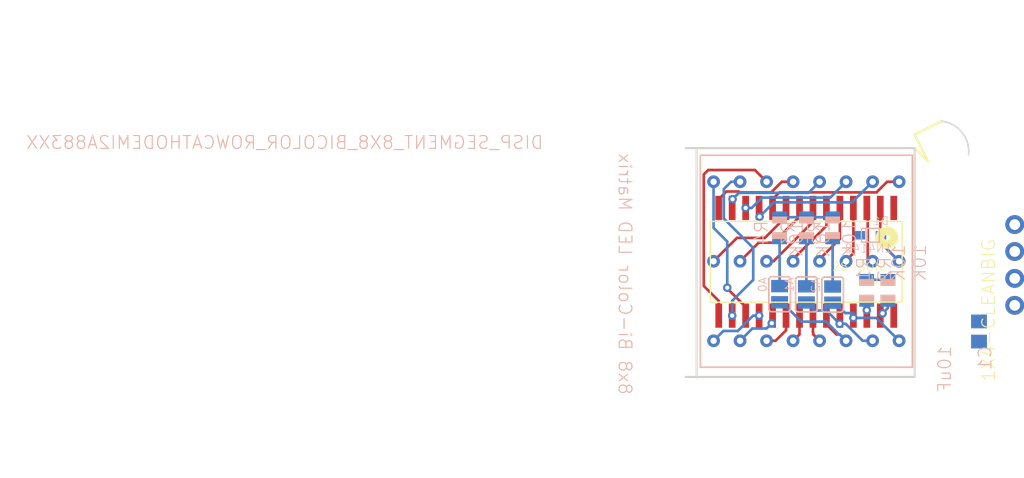
<source format=kicad_pcb>
(kicad_pcb (version 20171130) (host pcbnew "(5.0.0-rc2-dev-623-g26197c333)")

  (general
    (thickness 1.6)
    (drawings 21)
    (tracks 143)
    (zones 0)
    (modules 13)
    (nets 33)
  )

  (page A4)
  (layers
    (0 Top signal)
    (1 Route2 signal)
    (2 Route3 signal)
    (3 Route4 signal)
    (4 Route5 signal)
    (5 Route6 signal)
    (6 Route7 signal)
    (7 Route8 signal)
    (8 Route9 signal)
    (9 Route10 signal)
    (10 Route11 signal)
    (11 Route12 signal)
    (12 Route13 signal)
    (13 Route14 signal)
    (14 Route15 signal)
    (31 Bottom signal)
    (32 B.Adhes user hide)
    (33 F.Adhes user hide)
    (34 B.Paste user hide)
    (35 F.Paste user hide)
    (36 B.SilkS user hide)
    (37 F.SilkS user hide)
    (38 B.Mask user hide)
    (39 F.Mask user hide)
    (40 Dwgs.User user hide)
    (41 Cmts.User user hide)
    (42 Eco1.User user hide)
    (43 Eco2.User user hide)
    (44 Edge.Cuts user hide)
    (45 Margin user hide)
    (46 B.CrtYd user hide)
    (47 F.CrtYd user hide)
    (48 B.Fab user hide)
    (49 F.Fab user hide)
  )

  (setup
    (last_trace_width 0.25)
    (trace_clearance 0.2)
    (zone_clearance 0.508)
    (zone_45_only no)
    (trace_min 0.2)
    (segment_width 0.2)
    (edge_width 0.15)
    (via_size 0.8)
    (via_drill 0.4)
    (via_min_size 0.4)
    (via_min_drill 0.3)
    (uvia_size 0.3)
    (uvia_drill 0.1)
    (uvias_allowed no)
    (uvia_min_size 0.2)
    (uvia_min_drill 0.1)
    (pcb_text_width 0.3)
    (pcb_text_size 1.5 1.5)
    (mod_edge_width 0.15)
    (mod_text_size 1 1)
    (mod_text_width 0.15)
    (pad_size 1.524 1.524)
    (pad_drill 0.762)
    (pad_to_mask_clearance 0.2)
    (aux_axis_origin 0 0)
    (visible_elements 7FFFFFFF)
    (pcbplotparams
      (layerselection 0x010fc_ffffffff)
      (usegerberextensions false)
      (usegerberattributes false)
      (usegerberadvancedattributes false)
      (creategerberjobfile false)
      (excludeedgelayer true)
      (linewidth 0.100000)
      (plotframeref false)
      (viasonmask false)
      (mode 1)
      (useauxorigin false)
      (hpglpennumber 1)
      (hpglpenspeed 20)
      (hpglpendiameter 15)
      (psnegative false)
      (psa4output false)
      (plotreference true)
      (plotvalue true)
      (plotinvisibletext false)
      (padsonsilk false)
      (subtractmaskfromsilk false)
      (outputformat 1)
      (mirror false)
      (drillshape 1)
      (scaleselection 1)
      (outputdirectory ""))
  )

  (net 0 "")
  (net 1 VDD)
  (net 2 GND)
  (net 3 /SCL)
  (net 4 /SDA)
  (net 5 /A1)
  (net 6 "Net-(A1-Pad1)")
  (net 7 /A0)
  (net 8 "Net-(A0-Pad1)")
  (net 9 "Net-(D1-PadC)")
  (net 10 "Net-(LED2-Pad13)")
  (net 11 "Net-(LED2-Pad14)")
  (net 12 "Net-(LED2-Pad15)")
  (net 13 "Net-(LED2-Pad12)")
  (net 14 "Net-(LED2-Pad11)")
  (net 15 "Net-(LED2-Pad10)")
  (net 16 "Net-(LED2-Pad9)")
  (net 17 /A2)
  (net 18 "Net-(LED2-Pad23)")
  (net 19 "Net-(D1-PadA)")
  (net 20 "Net-(LED2-Pad20)")
  (net 21 "Net-(LED2-Pad19)")
  (net 22 "Net-(LED2-Pad17)")
  (net 23 "Net-(LED2-Pad5)")
  (net 24 "Net-(LED2-Pad4)")
  (net 25 "Net-(A2-Pad1)")
  (net 26 "Net-(LED2-Pad24)")
  (net 27 "Net-(LED2-Pad22)")
  (net 28 "Net-(LED2-Pad21)")
  (net 29 "Net-(LED2-Pad18)")
  (net 30 "Net-(LED2-Pad3)")
  (net 31 "Net-(LED2-Pad2)")
  (net 32 "Net-(LED2-Pad1)")

  (net_class Default "This is the default net class."
    (clearance 0.2)
    (trace_width 0.25)
    (via_dia 0.8)
    (via_drill 0.4)
    (uvia_dia 0.3)
    (uvia_drill 0.1)
    (add_net /A0)
    (add_net /A1)
    (add_net /A2)
    (add_net /SCL)
    (add_net /SDA)
    (add_net GND)
    (add_net "Net-(A0-Pad1)")
    (add_net "Net-(A1-Pad1)")
    (add_net "Net-(A2-Pad1)")
    (add_net "Net-(D1-PadA)")
    (add_net "Net-(D1-PadC)")
    (add_net "Net-(LED2-Pad1)")
    (add_net "Net-(LED2-Pad10)")
    (add_net "Net-(LED2-Pad11)")
    (add_net "Net-(LED2-Pad12)")
    (add_net "Net-(LED2-Pad13)")
    (add_net "Net-(LED2-Pad14)")
    (add_net "Net-(LED2-Pad15)")
    (add_net "Net-(LED2-Pad17)")
    (add_net "Net-(LED2-Pad18)")
    (add_net "Net-(LED2-Pad19)")
    (add_net "Net-(LED2-Pad2)")
    (add_net "Net-(LED2-Pad20)")
    (add_net "Net-(LED2-Pad21)")
    (add_net "Net-(LED2-Pad22)")
    (add_net "Net-(LED2-Pad23)")
    (add_net "Net-(LED2-Pad24)")
    (add_net "Net-(LED2-Pad3)")
    (add_net "Net-(LED2-Pad4)")
    (add_net "Net-(LED2-Pad5)")
    (add_net "Net-(LED2-Pad9)")
    (add_net VDD)
  )

  (module "Adafruit bicolor 8x8:SOP28_300MIL" (layer Top) (tedit 0) (tstamp 5AF0692E)
    (at 147.25 104.705 180)
    (path /73CE8659)
    (fp_text reference U2 (at -7.62 -1.27 180) (layer F.SilkS)
      (effects (font (size 0.77216 0.77216) (thickness 0.065024)) (justify right top))
    )
    (fp_text value 28-SOIC (at -7.62 0 180) (layer F.SilkS)
      (effects (font (size 0.77216 0.77216) (thickness 0.065024)) (justify right top))
    )
    (fp_line (start 9.0424 3.81) (end 9.0424 -3.81) (layer F.Fab) (width 0.127))
    (fp_line (start 9.0424 -3.81) (end -9.0424 -3.81) (layer F.Fab) (width 0.127))
    (fp_line (start -9.0424 -3.81) (end -9.0424 3.81) (layer F.Fab) (width 0.127))
    (fp_line (start -9.0424 3.81) (end 9.0424 3.81) (layer F.Fab) (width 0.127))
    (fp_line (start 8.8646 3.302) (end 8.8646 -3.302) (layer F.Fab) (width 0.127))
    (fp_line (start 8.8646 -3.302) (end -8.8646 -3.302) (layer F.Fab) (width 0.127))
    (fp_line (start -8.8646 -3.302) (end -8.8646 3.302) (layer F.Fab) (width 0.127))
    (fp_line (start -8.8646 3.302) (end 8.8646 3.302) (layer F.Fab) (width 0.127))
    (fp_line (start 9.0424 -3.81) (end -9.0424 -3.81) (layer F.SilkS) (width 0.127))
    (fp_line (start -9.0424 -3.81) (end -9.0424 3.81) (layer F.SilkS) (width 0.127))
    (fp_line (start 9.0424 3.81) (end 9.0424 -3.81) (layer F.SilkS) (width 0.127))
    (fp_line (start -9.0424 3.81) (end 9.0424 3.81) (layer F.SilkS) (width 0.127))
    (fp_circle (center -7.62 2.286) (end -7.366 2.286) (layer F.SilkS) (width 0.8128))
    (fp_poly (pts (xy -8.509 5.588) (xy -8.001 5.588) (xy -8.001 3.8735) (xy -8.509 3.8735)) (layer F.Fab) (width 0))
    (fp_poly (pts (xy -7.239 5.5879) (xy -6.731 5.5879) (xy -6.731 3.8735) (xy -7.239 3.8735)) (layer F.Fab) (width 0))
    (fp_poly (pts (xy -5.969 5.5879) (xy -5.461 5.5879) (xy -5.461 3.8735) (xy -5.969 3.8735)) (layer F.Fab) (width 0))
    (fp_poly (pts (xy -4.699 5.5879) (xy -4.191 5.5879) (xy -4.191 3.8735) (xy -4.699 3.8735)) (layer F.Fab) (width 0))
    (fp_poly (pts (xy -3.429 5.5879) (xy -2.921 5.5879) (xy -2.921 3.8735) (xy -3.429 3.8735)) (layer F.Fab) (width 0))
    (fp_poly (pts (xy -2.159 5.5879) (xy -1.651 5.5879) (xy -1.651 3.8735) (xy -2.159 3.8735)) (layer F.Fab) (width 0))
    (fp_poly (pts (xy -0.889 5.5879) (xy -0.381 5.5879) (xy -0.381 3.8735) (xy -0.889 3.8735)) (layer F.Fab) (width 0))
    (fp_poly (pts (xy 0.381 5.5879) (xy 0.889 5.5879) (xy 0.889 3.8735) (xy 0.381 3.8735)) (layer F.Fab) (width 0))
    (fp_poly (pts (xy 1.651 5.5879) (xy 2.159 5.5879) (xy 2.159 3.8735) (xy 1.651 3.8735)) (layer F.Fab) (width 0))
    (fp_poly (pts (xy 2.921 5.5879) (xy 3.429 5.5879) (xy 3.429 3.8735) (xy 2.921 3.8735)) (layer F.Fab) (width 0))
    (fp_poly (pts (xy 4.191 5.5879) (xy 4.699 5.5879) (xy 4.699 3.8735) (xy 4.191 3.8735)) (layer F.Fab) (width 0))
    (fp_poly (pts (xy 5.461 5.5879) (xy 5.969 5.5879) (xy 5.969 3.8735) (xy 5.461 3.8735)) (layer F.Fab) (width 0))
    (fp_poly (pts (xy 6.731 5.5879) (xy 7.239 5.5879) (xy 7.239 3.8735) (xy 6.731 3.8735)) (layer F.Fab) (width 0))
    (fp_poly (pts (xy 8.001 5.5879) (xy 8.509 5.5879) (xy 8.509 3.8735) (xy 8.001 3.8735)) (layer F.Fab) (width 0))
    (fp_poly (pts (xy 8.509 -5.5879) (xy 8.001 -5.5879) (xy 8.001 -3.8735) (xy 8.509 -3.8735)) (layer F.Fab) (width 0))
    (fp_poly (pts (xy 7.239 -5.5879) (xy 6.731 -5.5879) (xy 6.731 -3.8735) (xy 7.239 -3.8735)) (layer F.Fab) (width 0))
    (fp_poly (pts (xy 5.969 -5.5879) (xy 5.461 -5.5879) (xy 5.461 -3.8735) (xy 5.969 -3.8735)) (layer F.Fab) (width 0))
    (fp_poly (pts (xy 4.699 -5.5879) (xy 4.191 -5.5879) (xy 4.191 -3.8735) (xy 4.699 -3.8735)) (layer F.Fab) (width 0))
    (fp_poly (pts (xy 3.429 -5.5879) (xy 2.921 -5.5879) (xy 2.921 -3.8735) (xy 3.429 -3.8735)) (layer F.Fab) (width 0))
    (fp_poly (pts (xy 2.159 -5.5879) (xy 1.651 -5.5879) (xy 1.651 -3.8735) (xy 2.159 -3.8735)) (layer F.Fab) (width 0))
    (fp_poly (pts (xy 0.889 -5.5879) (xy 0.381 -5.5879) (xy 0.381 -3.8735) (xy 0.889 -3.8735)) (layer F.Fab) (width 0))
    (fp_poly (pts (xy -0.381 -5.5879) (xy -0.889 -5.5879) (xy -0.889 -3.8735) (xy -0.381 -3.8735)) (layer F.Fab) (width 0))
    (fp_poly (pts (xy -1.651 -5.5879) (xy -2.159 -5.5879) (xy -2.159 -3.8735) (xy -1.651 -3.8735)) (layer F.Fab) (width 0))
    (fp_poly (pts (xy -2.921 -5.5879) (xy -3.429 -5.5879) (xy -3.429 -3.8735) (xy -2.921 -3.8735)) (layer F.Fab) (width 0))
    (fp_poly (pts (xy -4.191 -5.5879) (xy -4.699 -5.5879) (xy -4.699 -3.8735) (xy -4.191 -3.8735)) (layer F.Fab) (width 0))
    (fp_poly (pts (xy -5.461 -5.5879) (xy -5.969 -5.5879) (xy -5.969 -3.8735) (xy -5.461 -3.8735)) (layer F.Fab) (width 0))
    (fp_poly (pts (xy -6.731 -5.5879) (xy -7.239 -5.5879) (xy -7.239 -3.8735) (xy -6.731 -3.8735)) (layer F.Fab) (width 0))
    (fp_poly (pts (xy -8.001 -5.5879) (xy -8.509 -5.5879) (xy -8.509 -3.8735) (xy -8.001 -3.8735)) (layer F.Fab) (width 0))
    (pad P$1 smd rect (at -8.255 5.08 180) (size 0.635 2.286) (layers Top F.Paste F.Mask)
      (net 2 GND) (solder_mask_margin 0.1016))
    (pad P$2 smd rect (at -6.985 5.08 180) (size 0.635 2.286) (layers Top F.Paste F.Mask)
      (net 19 "Net-(D1-PadA)") (solder_mask_margin 0.1016))
    (pad P$3 smd rect (at -5.715 5.08 180) (size 0.635 2.286) (layers Top F.Paste F.Mask)
      (net 12 "Net-(LED2-Pad15)") (solder_mask_margin 0.1016))
    (pad P$4 smd rect (at -4.445 5.08 180) (size 0.635 2.286) (layers Top F.Paste F.Mask)
      (net 11 "Net-(LED2-Pad14)") (solder_mask_margin 0.1016))
    (pad P$5 smd rect (at -3.175 5.08 180) (size 0.635 2.286) (layers Top F.Paste F.Mask)
      (net 10 "Net-(LED2-Pad13)") (solder_mask_margin 0.1016))
    (pad P$6 smd rect (at -1.905 5.08 180) (size 0.635 2.286) (layers Top F.Paste F.Mask)
      (net 13 "Net-(LED2-Pad12)") (solder_mask_margin 0.1016))
    (pad P$7 smd rect (at -0.635 5.08 180) (size 0.635 2.286) (layers Top F.Paste F.Mask)
      (net 14 "Net-(LED2-Pad11)") (solder_mask_margin 0.1016))
    (pad P$8 smd rect (at 0.635 5.08 180) (size 0.635 2.286) (layers Top F.Paste F.Mask)
      (net 15 "Net-(LED2-Pad10)") (solder_mask_margin 0.1016))
    (pad P$9 smd rect (at 1.905 5.08 180) (size 0.635 2.286) (layers Top F.Paste F.Mask)
      (net 16 "Net-(LED2-Pad9)") (solder_mask_margin 0.1016))
    (pad P$10 smd rect (at 3.175 5.08 180) (size 0.635 2.286) (layers Top F.Paste F.Mask)
      (net 26 "Net-(LED2-Pad24)") (solder_mask_margin 0.1016))
    (pad P$11 smd rect (at 4.445 5.08 180) (size 0.635 2.286) (layers Top F.Paste F.Mask)
      (net 18 "Net-(LED2-Pad23)") (solder_mask_margin 0.1016))
    (pad P$12 smd rect (at 5.715 5.08 180) (size 0.635 2.286) (layers Top F.Paste F.Mask)
      (net 27 "Net-(LED2-Pad22)") (solder_mask_margin 0.1016))
    (pad P$13 smd rect (at 6.985 5.08 180) (size 0.635 2.286) (layers Top F.Paste F.Mask)
      (net 28 "Net-(LED2-Pad21)") (solder_mask_margin 0.1016))
    (pad P$14 smd rect (at 8.255 5.08 180) (size 0.635 2.286) (layers Top F.Paste F.Mask)
      (net 20 "Net-(LED2-Pad20)") (solder_mask_margin 0.1016))
    (pad P$15 smd rect (at 8.255 -5.08) (size 0.635 2.286) (layers Top F.Paste F.Mask)
      (net 21 "Net-(LED2-Pad19)") (solder_mask_margin 0.1016))
    (pad P$16 smd rect (at 6.985 -5.08) (size 0.635 2.286) (layers Top F.Paste F.Mask)
      (net 29 "Net-(LED2-Pad18)") (solder_mask_margin 0.1016))
    (pad P$17 smd rect (at 5.715 -5.08) (size 0.635 2.286) (layers Top F.Paste F.Mask)
      (net 22 "Net-(LED2-Pad17)") (solder_mask_margin 0.1016))
    (pad P$18 smd rect (at 4.445 -5.08) (size 0.635 2.286) (layers Top F.Paste F.Mask)
      (net 32 "Net-(LED2-Pad1)") (solder_mask_margin 0.1016))
    (pad P$19 smd rect (at 3.175 -5.08) (size 0.635 2.286) (layers Top F.Paste F.Mask)
      (net 31 "Net-(LED2-Pad2)") (solder_mask_margin 0.1016))
    (pad P$20 smd rect (at 1.905 -5.08) (size 0.635 2.286) (layers Top F.Paste F.Mask)
      (net 30 "Net-(LED2-Pad3)") (solder_mask_margin 0.1016))
    (pad P$21 smd rect (at 0.635 -5.08) (size 0.635 2.286) (layers Top F.Paste F.Mask)
      (net 24 "Net-(LED2-Pad4)") (solder_mask_margin 0.1016))
    (pad P$22 smd rect (at -0.635 -5.08) (size 0.635 2.286) (layers Top F.Paste F.Mask)
      (net 23 "Net-(LED2-Pad5)") (solder_mask_margin 0.1016))
    (pad P$23 smd rect (at -1.905 -5.08) (size 0.635 2.286) (layers Top F.Paste F.Mask)
      (net 7 /A0) (solder_mask_margin 0.1016))
    (pad P$24 smd rect (at -3.175 -5.08) (size 0.635 2.286) (layers Top F.Paste F.Mask)
      (net 5 /A1) (solder_mask_margin 0.1016))
    (pad P$25 smd rect (at -4.445 -5.08) (size 0.635 2.286) (layers Top F.Paste F.Mask)
      (net 17 /A2) (solder_mask_margin 0.1016))
    (pad P$26 smd rect (at -5.715 -5.08) (size 0.635 2.286) (layers Top F.Paste F.Mask)
      (net 3 /SCL) (solder_mask_margin 0.1016))
    (pad P$27 smd rect (at -6.985 -5.08) (size 0.635 2.286) (layers Top F.Paste F.Mask)
      (net 4 /SDA) (solder_mask_margin 0.1016))
    (pad P$28 smd rect (at -8.255 -5.08) (size 0.635 2.286) (layers Top F.Paste F.Mask)
      (net 1 VDD) (solder_mask_margin 0.1016))
  )

  (module "Adafruit bicolor 8x8:788AHG" (layer Bottom) (tedit 5AF04231) (tstamp 5AEB611F)
    (at 138.51 112.155)
    (descr "<b>Source: </b>http://www.betlux.com/product/led_dot_matrix/BL-M12A883xx.PDF")
    (path /221661FE)
    (fp_text reference LED2 (at -16 17) (layer B.SilkS)
      (effects (font (size 1.2065 1.2065) (thickness 0.1016)) (justify left bottom mirror))
    )
    (fp_text value DISP_SEGMENT_8X8_BICOLOR_ROWCATHODEMI2A883XX (at -16 -18) (layer B.SilkS)
      (effects (font (size 1.2065 1.2065) (thickness 0.1016)) (justify left bottom mirror))
    )
    (fp_poly (pts (xy 22.47 9.96) (xy 25.47 9.96) (xy 25.47 12.96) (xy 22.47 12.96)) (layer B.Fab) (width 0))
    (fp_line (start -1.25 2.5) (end 18.75 2.5) (layer B.SilkS) (width 0.15))
    (fp_line (start 18.75 2.5) (end 18.75 -17.5) (layer B.SilkS) (width 0.15))
    (fp_line (start 18.75 -17.5) (end -1.25 -17.5) (layer B.SilkS) (width 0.15))
    (fp_line (start -1.25 -17.5) (end -1.25 2.5) (layer B.SilkS) (width 0.15))
    (pad 24 thru_hole circle (at 17.5 -15 180) (size 1.2 1.2) (drill 0.6) (layers *.Cu *.Mask)
      (net 26 "Net-(LED2-Pad24)") (solder_mask_margin 0.1016))
    (pad 23 thru_hole circle (at 15 -15 180) (size 1.2 1.2) (drill 0.6) (layers *.Cu *.Mask)
      (net 18 "Net-(LED2-Pad23)") (solder_mask_margin 0.1016))
    (pad 22 thru_hole circle (at 12.5 -15 180) (size 1.2 1.2) (drill 0.6) (layers *.Cu *.Mask)
      (net 27 "Net-(LED2-Pad22)") (solder_mask_margin 0.1016))
    (pad 21 thru_hole circle (at 10 -15 180) (size 1.2 1.2) (drill 0.6) (layers *.Cu *.Mask)
      (net 28 "Net-(LED2-Pad21)") (solder_mask_margin 0.1016))
    (pad 20 thru_hole circle (at 7.5 -15 180) (size 1.2 1.2) (drill 0.6) (layers *.Cu *.Mask)
      (net 20 "Net-(LED2-Pad20)") (solder_mask_margin 0.1016))
    (pad 19 thru_hole circle (at 5 -15 180) (size 1.2 1.2) (drill 0.6) (layers *.Cu *.Mask)
      (net 21 "Net-(LED2-Pad19)") (solder_mask_margin 0.1016))
    (pad 18 thru_hole circle (at 2.5 -15 180) (size 1.2 1.2) (drill 0.6) (layers *.Cu *.Mask)
      (net 29 "Net-(LED2-Pad18)") (solder_mask_margin 0.1016))
    (pad 17 thru_hole circle (at 0 -15 180) (size 1.2 1.2) (drill 0.6) (layers *.Cu *.Mask)
      (net 22 "Net-(LED2-Pad17)") (solder_mask_margin 0.1016))
    (pad 16 thru_hole circle (at 17.5 -7.5 180) (size 1.2 1.2) (drill 0.6) (layers *.Cu *.Mask)
      (net 19 "Net-(D1-PadA)") (solder_mask_margin 0.1016))
    (pad 15 thru_hole circle (at 15 -7.5 180) (size 1.2 1.2) (drill 0.6) (layers *.Cu *.Mask)
      (net 12 "Net-(LED2-Pad15)") (solder_mask_margin 0.1016))
    (pad 14 thru_hole circle (at 12.5 -7.5 180) (size 1.2 1.2) (drill 0.6) (layers *.Cu *.Mask)
      (net 11 "Net-(LED2-Pad14)") (solder_mask_margin 0.1016))
    (pad 13 thru_hole circle (at 10 -7.5 180) (size 1.2 1.2) (drill 0.6) (layers *.Cu *.Mask)
      (net 10 "Net-(LED2-Pad13)") (solder_mask_margin 0.1016))
    (pad 12 thru_hole circle (at 7.5 -7.5 180) (size 1.2 1.2) (drill 0.6) (layers *.Cu *.Mask)
      (net 13 "Net-(LED2-Pad12)") (solder_mask_margin 0.1016))
    (pad 11 thru_hole circle (at 5 -7.5 180) (size 1.2 1.2) (drill 0.6) (layers *.Cu *.Mask)
      (net 14 "Net-(LED2-Pad11)") (solder_mask_margin 0.1016))
    (pad 10 thru_hole circle (at 2.5 -7.5 180) (size 1.2 1.2) (drill 0.6) (layers *.Cu *.Mask)
      (net 15 "Net-(LED2-Pad10)") (solder_mask_margin 0.1016))
    (pad 9 thru_hole circle (at 0 -7.5 180) (size 1.2 1.2) (drill 0.6) (layers *.Cu *.Mask)
      (net 16 "Net-(LED2-Pad9)") (solder_mask_margin 0.1016))
    (pad 8 thru_hole circle (at 17.5 0 180) (size 1.2 1.2) (drill 0.6) (layers *.Cu *.Mask)
      (net 17 /A2) (solder_mask_margin 0.1016))
    (pad 7 thru_hole circle (at 15 0 180) (size 1.2 1.2) (drill 0.6) (layers *.Cu *.Mask)
      (net 5 /A1) (solder_mask_margin 0.1016))
    (pad 6 thru_hole circle (at 12.5 0 180) (size 1.2 1.2) (drill 0.6) (layers *.Cu *.Mask)
      (net 7 /A0) (solder_mask_margin 0.1016))
    (pad 5 thru_hole circle (at 10 0 180) (size 1.2 1.2) (drill 0.6) (layers *.Cu *.Mask)
      (net 23 "Net-(LED2-Pad5)") (solder_mask_margin 0.1016))
    (pad 4 thru_hole circle (at 7.5 0 180) (size 1.2 1.2) (drill 0.6) (layers *.Cu *.Mask)
      (net 24 "Net-(LED2-Pad4)") (solder_mask_margin 0.1016))
    (pad 3 thru_hole circle (at 5 0 180) (size 1.2 1.2) (drill 0.6) (layers *.Cu *.Mask)
      (net 30 "Net-(LED2-Pad3)") (solder_mask_margin 0.1016))
    (pad 2 thru_hole circle (at 2.5 0 180) (size 1.2 1.2) (drill 0.6) (layers *.Cu *.Mask)
      (net 31 "Net-(LED2-Pad2)") (solder_mask_margin 0.1016))
    (pad 1 thru_hole circle (at 0 0 180) (size 1.2 1.2) (drill 0.6) (layers *.Cu *.Mask)
      (net 32 "Net-(LED2-Pad1)") (solder_mask_margin 0.1016))
  )

  (module "Adafruit bicolor 8x8:R0805" (layer Bottom) (tedit 0) (tstamp 5AE9B84A)
    (at 152.95 107.4 270)
    (descr "<b>RESISTOR</b><p>\nchip")
    (path /DE04AF3C)
    (fp_text reference R1 (at -0.762 1.016 270) (layer B.SilkS)
      (effects (font (size 1.2065 1.2065) (thickness 0.1016)) (justify right top mirror))
    )
    (fp_text value 10K (at -0.762 -2.286 270) (layer B.SilkS)
      (effects (font (size 1.2065 1.2065) (thickness 0.1016)) (justify right top mirror))
    )
    (fp_poly (pts (xy -0.1999 -0.5001) (xy 0.1999 -0.5001) (xy 0.1999 0.5001) (xy -0.1999 0.5001)) (layer B.Adhes) (width 0))
    (fp_poly (pts (xy -1.0668 -0.6985) (xy -0.4168 -0.6985) (xy -0.4168 0.7015) (xy -1.0668 0.7015)) (layer B.SilkS) (width 0))
    (fp_poly (pts (xy 0.4064 -0.6985) (xy 1.0564 -0.6985) (xy 1.0564 0.7015) (xy 0.4064 0.7015)) (layer B.SilkS) (width 0))
    (fp_line (start -1.973 -0.983) (end -1.973 0.983) (layer Dwgs.User) (width 0.0508))
    (fp_line (start 1.973 -0.983) (end -1.973 -0.983) (layer Dwgs.User) (width 0.0508))
    (fp_line (start 1.973 0.983) (end 1.973 -0.983) (layer Dwgs.User) (width 0.0508))
    (fp_line (start -1.973 0.983) (end 1.973 0.983) (layer Dwgs.User) (width 0.0508))
    (fp_line (start -0.41 -0.635) (end 0.41 -0.635) (layer B.Fab) (width 0.1524))
    (fp_line (start -0.41 0.635) (end 0.41 0.635) (layer B.Fab) (width 0.1524))
    (pad 2 smd rect (at 1 0 270) (size 1.1 1.4) (layers Bottom B.Paste B.Mask)
      (net 3 /SCL) (solder_mask_margin 0.1016))
    (pad 1 smd rect (at -1 0 270) (size 1.1 1.4) (layers Bottom B.Paste B.Mask)
      (net 1 VDD) (solder_mask_margin 0.1016))
  )

  (module "Adafruit bicolor 8x8:R0805" (layer Bottom) (tedit 0) (tstamp 5AE9B858)
    (at 154.95 107.4 270)
    (descr "<b>RESISTOR</b><p>\nchip")
    (path /0F3C4881)
    (fp_text reference R2 (at -0.762 1.016 270) (layer B.SilkS)
      (effects (font (size 1.2065 1.2065) (thickness 0.1016)) (justify right top mirror))
    )
    (fp_text value 10K (at -0.762 -2.286 270) (layer B.SilkS)
      (effects (font (size 1.2065 1.2065) (thickness 0.1016)) (justify right top mirror))
    )
    (fp_poly (pts (xy -0.1999 -0.5001) (xy 0.1999 -0.5001) (xy 0.1999 0.5001) (xy -0.1999 0.5001)) (layer B.Adhes) (width 0))
    (fp_poly (pts (xy -1.0668 -0.6985) (xy -0.4168 -0.6985) (xy -0.4168 0.7015) (xy -1.0668 0.7015)) (layer B.SilkS) (width 0))
    (fp_poly (pts (xy 0.4064 -0.6985) (xy 1.0564 -0.6985) (xy 1.0564 0.7015) (xy 0.4064 0.7015)) (layer B.SilkS) (width 0))
    (fp_line (start -1.973 -0.983) (end -1.973 0.983) (layer Dwgs.User) (width 0.0508))
    (fp_line (start 1.973 -0.983) (end -1.973 -0.983) (layer Dwgs.User) (width 0.0508))
    (fp_line (start 1.973 0.983) (end 1.973 -0.983) (layer Dwgs.User) (width 0.0508))
    (fp_line (start -1.973 0.983) (end 1.973 0.983) (layer Dwgs.User) (width 0.0508))
    (fp_line (start -0.41 -0.635) (end 0.41 -0.635) (layer B.Fab) (width 0.1524))
    (fp_line (start -0.41 0.635) (end 0.41 0.635) (layer B.Fab) (width 0.1524))
    (pad 2 smd rect (at 1 0 270) (size 1.1 1.4) (layers Bottom B.Paste B.Mask)
      (net 4 /SDA) (solder_mask_margin 0.1016))
    (pad 1 smd rect (at -1 0 270) (size 1.1 1.4) (layers Bottom B.Paste B.Mask)
      (net 1 VDD) (solder_mask_margin 0.1016))
  )

  (module "Adafruit bicolor 8x8:1X04-CLEANBIG" (layer Top) (tedit 0) (tstamp 5AE9B866)
    (at 166.9161 105.0036 270)
    (path /496D2C97)
    (fp_text reference CN1 (at -2.6162 -1.8288 270) (layer F.SilkS)
      (effects (font (size 1.2065 1.2065) (thickness 0.127)) (justify right top))
    )
    (fp_text value 1X4-CLEANBIG (at -2.54 3.175 270) (layer F.SilkS)
      (effects (font (size 1.2065 1.2065) (thickness 0.1016)) (justify right top))
    )
    (fp_poly (pts (xy -4.064 0.254) (xy -3.556 0.254) (xy -3.556 -0.254) (xy -4.064 -0.254)) (layer F.Fab) (width 0))
    (fp_poly (pts (xy -1.524 0.254) (xy -1.016 0.254) (xy -1.016 -0.254) (xy -1.524 -0.254)) (layer F.Fab) (width 0))
    (fp_poly (pts (xy 1.016 0.254) (xy 1.524 0.254) (xy 1.524 -0.254) (xy 1.016 -0.254)) (layer F.Fab) (width 0))
    (fp_poly (pts (xy 3.556 0.254) (xy 4.064 0.254) (xy 4.064 -0.254) (xy 3.556 -0.254)) (layer F.Fab) (width 0))
    (pad 4 thru_hole circle (at 3.81 0) (size 1.778 1.778) (drill 1.016) (layers *.Cu *.Mask)
      (net 1 VDD) (solder_mask_margin 0.1016))
    (pad 3 thru_hole circle (at 1.27 0) (size 1.778 1.778) (drill 1.016) (layers *.Cu *.Mask)
      (net 2 GND) (solder_mask_margin 0.1016))
    (pad 2 thru_hole circle (at -1.27 0) (size 1.778 1.778) (drill 1.016) (layers *.Cu *.Mask)
      (net 4 /SDA) (solder_mask_margin 0.1016))
    (pad 1 thru_hole circle (at -3.81 0) (size 1.778 1.778) (drill 1.016) (layers *.Cu *.Mask)
      (net 3 /SCL) (solder_mask_margin 0.1016))
  )

  (module "Adafruit bicolor 8x8:SOLDERJUMPER_REFLOW_NOPASTE" (layer Bottom) (tedit 0) (tstamp 5AE9B871)
    (at 147.265136 107.781521 270)
    (path /EA64C37F)
    (fp_text reference A1 (at -1.651 1.143 270) (layer B.SilkS)
      (effects (font (size 0.77216 0.77216) (thickness 0.08128)) (justify left bottom mirror))
    )
    (fp_text value SOLDERJUMPERREFLOW_NOPASTE (at 0.4001 0 270) (layer B.SilkS)
      (effects (font (size 0.019 0.019) (thickness 0.0016)) (justify left bottom mirror))
    )
    (fp_poly (pts (xy -0.0762 -0.9144) (xy 0.0762 -0.9144) (xy 0.0762 0.9144) (xy -0.0762 0.9144)) (layer B.Mask) (width 0))
    (fp_arc (start 0.254 0) (end 0.254 0.127) (angle -180) (layer B.Fab) (width 1.27))
    (fp_arc (start -0.254 0) (end -0.254 -0.127) (angle -180) (layer B.Fab) (width 1.27))
    (fp_line (start -1.016 0) (end -1.524 0) (layer B.Fab) (width 0.1524))
    (fp_line (start 1.016 0) (end 1.524 0) (layer B.Fab) (width 0.1524))
    (fp_line (start -1.397 1.016) (end 1.397 1.016) (layer B.SilkS) (width 0.1524))
    (fp_line (start -1.651 -0.762) (end -1.651 0.762) (layer B.SilkS) (width 0.1524))
    (fp_line (start 1.651 -0.762) (end 1.651 0.762) (layer B.SilkS) (width 0.1524))
    (fp_arc (start 1.397 -0.762) (end 1.397 -1.016) (angle 90) (layer B.SilkS) (width 0.1524))
    (fp_arc (start -1.397 -0.762) (end -1.651 -0.762) (angle 90) (layer B.SilkS) (width 0.1524))
    (fp_arc (start -1.397 0.762) (end -1.651 0.762) (angle -90) (layer B.SilkS) (width 0.1524))
    (fp_arc (start 1.397 0.762) (end 1.397 1.016) (angle -90) (layer B.SilkS) (width 0.1524))
    (fp_line (start 1.397 -1.016) (end -1.397 -1.016) (layer B.SilkS) (width 0.1524))
    (pad 2 smd rect (at 0.762 0 270) (size 1.1684 1.6002) (layers Bottom B.Mask)
      (net 5 /A1) (solder_mask_margin 0.1016))
    (pad 1 smd rect (at -0.762 0 270) (size 1.1684 1.6002) (layers Bottom B.Mask)
      (net 6 "Net-(A1-Pad1)") (solder_mask_margin 0.1016))
  )

  (module "Adafruit bicolor 8x8:SOLDERJUMPER_REFLOW_NOPASTE" (layer Bottom) (tedit 0) (tstamp 5AE9B883)
    (at 144.739136 107.762 270)
    (path /CA8A32A2)
    (fp_text reference A0 (at -1.651 1.143 270) (layer B.SilkS)
      (effects (font (size 0.77216 0.77216) (thickness 0.08128)) (justify left bottom mirror))
    )
    (fp_text value SOLDERJUMPERREFLOW_NOPASTE (at 0.4001 0 270) (layer B.SilkS)
      (effects (font (size 0.019 0.019) (thickness 0.0016)) (justify left bottom mirror))
    )
    (fp_poly (pts (xy -0.0762 -0.9144) (xy 0.0762 -0.9144) (xy 0.0762 0.9144) (xy -0.0762 0.9144)) (layer B.Mask) (width 0))
    (fp_arc (start 0.254 0) (end 0.254 0.127) (angle -180) (layer B.Fab) (width 1.27))
    (fp_arc (start -0.254 0) (end -0.254 -0.127) (angle -180) (layer B.Fab) (width 1.27))
    (fp_line (start -1.016 0) (end -1.524 0) (layer B.Fab) (width 0.1524))
    (fp_line (start 1.016 0) (end 1.524 0) (layer B.Fab) (width 0.1524))
    (fp_line (start -1.397 1.016) (end 1.397 1.016) (layer B.SilkS) (width 0.1524))
    (fp_line (start -1.651 -0.762) (end -1.651 0.762) (layer B.SilkS) (width 0.1524))
    (fp_line (start 1.651 -0.762) (end 1.651 0.762) (layer B.SilkS) (width 0.1524))
    (fp_arc (start 1.397 -0.762) (end 1.397 -1.016) (angle 90) (layer B.SilkS) (width 0.1524))
    (fp_arc (start -1.397 -0.762) (end -1.651 -0.762) (angle 90) (layer B.SilkS) (width 0.1524))
    (fp_arc (start -1.397 0.762) (end -1.651 0.762) (angle -90) (layer B.SilkS) (width 0.1524))
    (fp_arc (start 1.397 0.762) (end 1.397 1.016) (angle -90) (layer B.SilkS) (width 0.1524))
    (fp_line (start 1.397 -1.016) (end -1.397 -1.016) (layer B.SilkS) (width 0.1524))
    (pad 2 smd rect (at 0.762 0 270) (size 1.1684 1.6002) (layers Bottom B.Mask)
      (net 7 /A0) (solder_mask_margin 0.1016))
    (pad 1 smd rect (at -0.762 0 270) (size 1.1684 1.6002) (layers Bottom B.Mask)
      (net 8 "Net-(A0-Pad1)") (solder_mask_margin 0.1016))
  )

  (module "Adafruit bicolor 8x8:C0805" (layer Bottom) (tedit 0) (tstamp 5AE9B8A1)
    (at 163.547971 111.282211 90)
    (descr "<b>CAPACITOR</b><p>\nPad definition corrected 2006.05.15, librarian@cadsoft.de")
    (path /E7D47EA7)
    (fp_text reference C1 (at -1.27 1.27 90) (layer B.SilkS)
      (effects (font (size 1.2065 1.2065) (thickness 0.1016)) (justify left bottom mirror))
    )
    (fp_text value 10uF (at -1.27 -2.54 90) (layer B.SilkS)
      (effects (font (size 1.2065 1.2065) (thickness 0.1016)) (justify left bottom mirror))
    )
    (fp_poly (pts (xy -0.1001 -0.4001) (xy 0.1001 -0.4001) (xy 0.1001 0.4001) (xy -0.1001 0.4001)) (layer B.Adhes) (width 0))
    (fp_poly (pts (xy 0.3556 -0.7239) (xy 1.1057 -0.7239) (xy 1.1057 0.7262) (xy 0.3556 0.7262)) (layer B.Fab) (width 0))
    (fp_poly (pts (xy -1.0922 -0.7239) (xy -0.3421 -0.7239) (xy -0.3421 0.7262) (xy -1.0922 0.7262)) (layer B.Fab) (width 0))
    (fp_line (start 1.973 0.983) (end 1.973 -0.983) (layer Dwgs.User) (width 0.0508))
    (fp_line (start -0.356 -0.66) (end 0.381 -0.66) (layer B.Fab) (width 0.1016))
    (fp_line (start -0.381 0.66) (end 0.381 0.66) (layer B.Fab) (width 0.1016))
    (fp_line (start -1.973 -0.983) (end -1.973 0.983) (layer Dwgs.User) (width 0.0508))
    (fp_line (start 1.973 -0.983) (end -1.973 -0.983) (layer Dwgs.User) (width 0.0508))
    (fp_line (start -1.973 0.983) (end 1.973 0.983) (layer Dwgs.User) (width 0.0508))
    (pad 2 smd rect (at 0.95 0 90) (size 1.3 1.5) (layers Bottom B.Paste B.Mask)
      (net 2 GND) (solder_mask_margin 0.1016))
    (pad 1 smd rect (at -0.95 0 90) (size 1.3 1.5) (layers Bottom B.Paste B.Mask)
      (net 1 VDD) (solder_mask_margin 0.1016))
  )

  (module "Adafruit bicolor 8x8:R0805" (layer Bottom) (tedit 0) (tstamp 5AF09EE7)
    (at 147.265136 101.5 270)
    (descr "<b>RESISTOR</b><p>\nchip")
    (path /2A684572)
    (fp_text reference R3 (at -0.762 1.016 270) (layer B.SilkS)
      (effects (font (size 1.2065 1.2065) (thickness 0.1016)) (justify left bottom mirror))
    )
    (fp_text value 10K (at -0.762 -2.286 270) (layer B.SilkS)
      (effects (font (size 1.2065 1.2065) (thickness 0.1016)) (justify left bottom mirror))
    )
    (fp_poly (pts (xy -0.1999 -0.5001) (xy 0.1999 -0.5001) (xy 0.1999 0.5001) (xy -0.1999 0.5001)) (layer B.Adhes) (width 0))
    (fp_poly (pts (xy -1.0668 -0.6985) (xy -0.4168 -0.6985) (xy -0.4168 0.7015) (xy -1.0668 0.7015)) (layer B.SilkS) (width 0))
    (fp_poly (pts (xy 0.4064 -0.6985) (xy 1.0564 -0.6985) (xy 1.0564 0.7015) (xy 0.4064 0.7015)) (layer B.SilkS) (width 0))
    (fp_line (start -1.973 -0.983) (end -1.973 0.983) (layer Dwgs.User) (width 0.0508))
    (fp_line (start 1.973 -0.983) (end -1.973 -0.983) (layer Dwgs.User) (width 0.0508))
    (fp_line (start 1.973 0.983) (end 1.973 -0.983) (layer Dwgs.User) (width 0.0508))
    (fp_line (start -1.973 0.983) (end 1.973 0.983) (layer Dwgs.User) (width 0.0508))
    (fp_line (start -0.41 -0.635) (end 0.41 -0.635) (layer B.Fab) (width 0.1524))
    (fp_line (start -0.41 0.635) (end 0.41 0.635) (layer B.Fab) (width 0.1524))
    (pad 2 smd rect (at 1 0 270) (size 1.1 1.4) (layers Bottom B.Paste B.Mask)
      (net 6 "Net-(A1-Pad1)") (solder_mask_margin 0.1016))
    (pad 1 smd rect (at -1 0 270) (size 1.1 1.4) (layers Bottom B.Paste B.Mask)
      (net 9 "Net-(D1-PadC)") (solder_mask_margin 0.1016))
  )

  (module "Adafruit bicolor 8x8:R0805" (layer Bottom) (tedit 0) (tstamp 5AE9B8BD)
    (at 144.739136 101.5 270)
    (descr "<b>RESISTOR</b><p>\nchip")
    (path /30FCCEAE)
    (fp_text reference R4 (at -0.762 1.016 270) (layer B.SilkS)
      (effects (font (size 1.2065 1.2065) (thickness 0.1016)) (justify left bottom mirror))
    )
    (fp_text value 10K (at -0.762 -2.286 270) (layer B.SilkS)
      (effects (font (size 1.2065 1.2065) (thickness 0.1016)) (justify left bottom mirror))
    )
    (fp_poly (pts (xy -0.1999 -0.5001) (xy 0.1999 -0.5001) (xy 0.1999 0.5001) (xy -0.1999 0.5001)) (layer B.Adhes) (width 0))
    (fp_poly (pts (xy -1.0668 -0.6985) (xy -0.4168 -0.6985) (xy -0.4168 0.7015) (xy -1.0668 0.7015)) (layer B.SilkS) (width 0))
    (fp_poly (pts (xy 0.4064 -0.6985) (xy 1.0564 -0.6985) (xy 1.0564 0.7015) (xy 0.4064 0.7015)) (layer B.SilkS) (width 0))
    (fp_line (start -1.973 -0.983) (end -1.973 0.983) (layer Dwgs.User) (width 0.0508))
    (fp_line (start 1.973 -0.983) (end -1.973 -0.983) (layer Dwgs.User) (width 0.0508))
    (fp_line (start 1.973 0.983) (end 1.973 -0.983) (layer Dwgs.User) (width 0.0508))
    (fp_line (start -1.973 0.983) (end 1.973 0.983) (layer Dwgs.User) (width 0.0508))
    (fp_line (start -0.41 -0.635) (end 0.41 -0.635) (layer B.Fab) (width 0.1524))
    (fp_line (start -0.41 0.635) (end 0.41 0.635) (layer B.Fab) (width 0.1524))
    (pad 2 smd rect (at 1 0 270) (size 1.1 1.4) (layers Bottom B.Paste B.Mask)
      (net 8 "Net-(A0-Pad1)") (solder_mask_margin 0.1016))
    (pad 1 smd rect (at -1 0 270) (size 1.1 1.4) (layers Bottom B.Paste B.Mask)
      (net 9 "Net-(D1-PadC)") (solder_mask_margin 0.1016))
  )

  (module "Adafruit bicolor 8x8:R0805" (layer Bottom) (tedit 0) (tstamp 5AE9B976)
    (at 149.741136 101.5 270)
    (descr "<b>RESISTOR</b><p>\nchip")
    (path /40871C63)
    (fp_text reference R5 (at -0.762 1.016 270) (layer B.SilkS)
      (effects (font (size 1.2065 1.2065) (thickness 0.1016)) (justify left bottom mirror))
    )
    (fp_text value 10K (at -0.762 -2.286 270) (layer B.SilkS)
      (effects (font (size 1.2065 1.2065) (thickness 0.1016)) (justify left bottom mirror))
    )
    (fp_poly (pts (xy -0.1999 -0.5001) (xy 0.1999 -0.5001) (xy 0.1999 0.5001) (xy -0.1999 0.5001)) (layer B.Adhes) (width 0))
    (fp_poly (pts (xy -1.0668 -0.6985) (xy -0.4168 -0.6985) (xy -0.4168 0.7015) (xy -1.0668 0.7015)) (layer B.SilkS) (width 0))
    (fp_poly (pts (xy 0.4064 -0.6985) (xy 1.0564 -0.6985) (xy 1.0564 0.7015) (xy 0.4064 0.7015)) (layer B.SilkS) (width 0))
    (fp_line (start -1.973 -0.983) (end -1.973 0.983) (layer Dwgs.User) (width 0.0508))
    (fp_line (start 1.973 -0.983) (end -1.973 -0.983) (layer Dwgs.User) (width 0.0508))
    (fp_line (start 1.973 0.983) (end 1.973 -0.983) (layer Dwgs.User) (width 0.0508))
    (fp_line (start -1.973 0.983) (end 1.973 0.983) (layer Dwgs.User) (width 0.0508))
    (fp_line (start -0.41 -0.635) (end 0.41 -0.635) (layer B.Fab) (width 0.1524))
    (fp_line (start -0.41 0.635) (end 0.41 0.635) (layer B.Fab) (width 0.1524))
    (pad 2 smd rect (at 1 0 270) (size 1.1 1.4) (layers Bottom B.Paste B.Mask)
      (net 25 "Net-(A2-Pad1)") (solder_mask_margin 0.1016))
    (pad 1 smd rect (at -1 0 270) (size 1.1 1.4) (layers Bottom B.Paste B.Mask)
      (net 9 "Net-(D1-PadC)") (solder_mask_margin 0.1016))
  )

  (module "Adafruit bicolor 8x8:SOLDERJUMPER_REFLOW_NOPASTE" (layer Bottom) (tedit 5AEC8B35) (tstamp 5AE9B984)
    (at 149.741136 107.801521 270)
    (path /08E3D46F)
    (fp_text reference A2 (at -1.651 1.143 270) (layer B.SilkS)
      (effects (font (size 0.77216 0.77216) (thickness 0.08128)) (justify left bottom mirror))
    )
    (fp_text value SOLDERJUMPERREFLOW_NOPASTE (at 0.4001 0 270) (layer B.SilkS)
      (effects (font (size 0.019 0.019) (thickness 0.0016)) (justify left bottom mirror))
    )
    (fp_poly (pts (xy -0.0762 -0.9144) (xy 0.0762 -0.9144) (xy 0.0762 0.9144) (xy -0.0762 0.9144)) (layer B.Mask) (width 0))
    (fp_arc (start 0.254 0) (end 0.254 0.127) (angle -180) (layer B.Fab) (width 1.27))
    (fp_arc (start -0.254 0) (end -0.254 -0.127) (angle -180) (layer B.Fab) (width 1.27))
    (fp_line (start -1.016 0) (end -1.524 0) (layer B.Fab) (width 0.1524))
    (fp_line (start 1.016 0) (end 1.524 0) (layer B.Fab) (width 0.1524))
    (fp_line (start -1.397 1.016) (end 1.397 1.016) (layer B.SilkS) (width 0.1524))
    (fp_line (start -1.651 -0.762) (end -1.651 0.762) (layer B.SilkS) (width 0.1524))
    (fp_line (start 1.651 -0.762) (end 1.651 0.762) (layer B.SilkS) (width 0.1524))
    (fp_arc (start 1.397 -0.762) (end 1.397 -1.016) (angle 90) (layer B.SilkS) (width 0.1524))
    (fp_arc (start -1.397 -0.762) (end -1.651 -0.762) (angle 90) (layer B.SilkS) (width 0.1524))
    (fp_arc (start -1.397 0.762) (end -1.651 0.762) (angle -90) (layer B.SilkS) (width 0.1524))
    (fp_arc (start 1.397 0.762) (end 1.397 1.016) (angle -90) (layer B.SilkS) (width 0.1524))
    (fp_line (start 1.397 -1.016) (end -1.397 -1.016) (layer B.SilkS) (width 0.1524))
    (pad 2 smd rect (at 0.762 0 270) (size 1.1684 1.6002) (layers Bottom B.Mask)
      (net 17 /A2) (solder_mask_margin 0.1016))
    (pad 1 smd rect (at -0.762 0 270) (size 1.1684 1.6002) (layers Bottom B.Mask)
      (net 25 "Net-(A2-Pad1)") (solder_mask_margin 0.1016))
  )

  (module "Adafruit bicolor 8x8:SOD-323F" (layer Bottom) (tedit 0) (tstamp 5AE9B996)
    (at 153.3 102.2 180)
    (path /AE17BF77)
    (fp_text reference D1 (at -1.8 0.9 180) (layer B.SilkS)
      (effects (font (size 0.77216 0.77216) (thickness 0.065024)) (justify left bottom mirror))
    )
    (fp_text value 1N4148 (at -2.1 -1.7 180) (layer B.SilkS)
      (effects (font (size 0.77216 0.77216) (thickness 0.065024)) (justify left bottom mirror))
    )
    (fp_line (start 1.2 -0.2) (end 0.9 -0.2) (layer B.Fab) (width 0.127))
    (fp_line (start 1.2 0.2) (end 1.2 -0.2) (layer B.Fab) (width 0.127))
    (fp_line (start 0.9 0.2) (end 1.2 0.2) (layer B.Fab) (width 0.127))
    (fp_line (start -1.2 -0.2) (end -0.9 -0.2) (layer B.Fab) (width 0.127))
    (fp_line (start -1.2 0.2) (end -1.2 -0.2) (layer B.Fab) (width 0.127))
    (fp_line (start -0.9 0.2) (end -1.2 0.2) (layer B.Fab) (width 0.127))
    (fp_line (start 0.3 -0.6) (end 0.3 0.6) (layer B.SilkS) (width 0.127))
    (fp_line (start 0.4 -0.6) (end 0.3 -0.6) (layer B.SilkS) (width 0.127))
    (fp_line (start 0.4 0.6) (end 0.4 -0.6) (layer B.SilkS) (width 0.127))
    (fp_line (start -0.85 -0.65) (end -0.85 0.65) (layer B.SilkS) (width 0.127))
    (fp_line (start 0.85 -0.65) (end -0.85 -0.65) (layer B.SilkS) (width 0.127))
    (fp_line (start 0.85 0.65) (end 0.85 -0.65) (layer B.SilkS) (width 0.127))
    (fp_line (start -0.85 0.65) (end 0.85 0.65) (layer B.SilkS) (width 0.127))
    (pad C smd rect (at 1 0 180) (size 1 0.8) (layers Bottom B.Paste B.Mask)
      (net 9 "Net-(D1-PadC)") (solder_mask_margin 0.1016))
    (pad A smd rect (at -1 0 180) (size 1 0.8) (layers Bottom B.Paste B.Mask)
      (net 19 "Net-(D1-PadA)") (solder_mask_margin 0.1016))
  )

  (gr_line (start 135.89 93.98) (end 157.48 93.98) (layer Edge.Cuts) (width 0.2))
  (gr_line (start 136.91 115.62) (end 136.91 94.03) (layer Edge.Cuts) (width 0.2))
  (gr_line (start 157.48 115.57) (end 135.89 115.57) (layer Edge.Cuts) (width 0.2))
  (gr_line (start 157.48 93.98) (end 157.48 115.57) (layer Edge.Cuts) (width 0.2))
  (gr_line (start 160.02 91.44) (end 157.48 92.71) (layer F.SilkS) (width 0.2))
  (gr_line (start 157.48 92.71) (end 160.02 91.44) (layer F.SilkS) (width 0.2))
  (gr_line (start 158.75 95.25) (end 157.48 92.71) (layer F.SilkS) (width 0.2))
  (gr_line (start 157.48 93.98) (end 158.75 95.25) (layer F.SilkS) (width 0.2))
  (gr_arc (start 159.7025 94.2975) (end 160.02 91.44) (angle 89.99993806) (layer Edge.Cuts) (width 0.15) (tstamp D735800))
  (gr_text SDA (at 165.5191 103.0986) (layer F.Fab) (tstamp D736480)
    (effects (font (size 0.9652 0.9652) (thickness 0.08128)) (justify right top))
  )
  (gr_text SCL (at 165.5191 100.5586) (layer F.Fab) (tstamp D738820)
    (effects (font (size 0.9652 0.9652) (thickness 0.08128)) (justify right top))
  )
  (gr_text VCC (at 165.5191 108.3056) (layer F.Fab) (tstamp D7374C0)
    (effects (font (size 0.9652 0.9652) (thickness 0.08128)) (justify right top))
  )
  (gr_text GND (at 165.5191 105.7656) (layer F.Fab) (tstamp D7377E0)
    (effects (font (size 0.9652 0.9652) (thickness 0.08128)) (justify right top))
  )
  (gr_text A0 (at 137.0711 108.9406) (layer F.Fab) (tstamp D7376A0)
    (effects (font (size 0.9652 0.9652) (thickness 0.08128)) (justify left bottom))
  )
  (gr_text A1 (at 162.8521 124.8156) (layer F.Fab) (tstamp D738320)
    (effects (font (size 0.9652 0.9652) (thickness 0.08128)) (justify left bottom))
  )
  (gr_text A2 (at 160.5661 124.8156) (layer F.Fab) (tstamp D739900)
    (effects (font (size 0.9652 0.9652) (thickness 0.08128)) (justify left bottom))
  )
  (gr_text D (at 168.0591 102.3366 -90) (layer B.Fab) (tstamp D737E20)
    (effects (font (size 0.9652 0.9652) (thickness 0.08128)) (justify mirror))
  )
  (gr_text C (at 168.0591 99.9236 -90) (layer B.Fab) (tstamp D7386E0)
    (effects (font (size 0.9652 0.9652) (thickness 0.08128)) (justify mirror))
  )
  (gr_text - (at 168.0591 107.4166 -90) (layer B.Fab) (tstamp D738460)
    (effects (font (size 0.9652 0.9652) (thickness 0.08128)) (justify right top mirror))
  )
  (gr_text + (at 167.9321 109.9566) (layer B.Fab) (tstamp D738BE0)
    (effects (font (size 0.9652 0.9652) (thickness 0.08128)) (justify mirror))
  )
  (gr_text "8x8 Bi-Color LED Matrix" (at 129.4511 117.3226 -90) (layer B.SilkS) (tstamp D7371A0)
    (effects (font (size 1.2065 1.2065) (thickness 0.1016)) (justify left bottom mirror))
  )

  (segment (start 152.95 106.4) (end 154.95 106.4) (width 0.25) (layer Bottom) (net 1))
  (via (at 152.965 109.274998) (size 0.8) (drill 0.4) (layers Top Bottom) (net 3))
  (segment (start 152.95 108.4) (end 152.95 109.259998) (width 0.25) (layer Bottom) (net 3))
  (segment (start 152.95 109.259998) (end 152.965 109.274998) (width 0.25) (layer Bottom) (net 3))
  (via (at 154.450153 109.569847) (size 0.8) (drill 0.4) (layers Top Bottom) (net 4))
  (segment (start 154.95 108.4) (end 154.95 109.07) (width 0.25) (layer Bottom) (net 4))
  (segment (start 154.95 109.07) (end 154.450153 109.569847) (width 0.25) (layer Bottom) (net 4))
  (via (at 150.4 110.55) (size 0.8) (drill 0.4) (layers Top Bottom) (net 5))
  (segment (start 153.51 112.155) (end 152.570685 112.155) (width 0.25) (layer Bottom) (net 5))
  (segment (start 150.965685 110.55) (end 150.4 110.55) (width 0.25) (layer Bottom) (net 5))
  (segment (start 152.570685 112.155) (end 150.965685 110.55) (width 0.25) (layer Bottom) (net 5))
  (segment (start 149.15 109.3) (end 150.4 110.55) (width 0.25) (layer Bottom) (net 5))
  (segment (start 147.949415 109.3) (end 149.15 109.3) (width 0.25) (layer Bottom) (net 5))
  (segment (start 147.949415 109.2278) (end 147.265136 108.543521) (width 0.25) (layer Bottom) (net 5))
  (segment (start 147.949415 109.3) (end 147.949415 109.2278) (width 0.25) (layer Bottom) (net 5))
  (segment (start 147.265136 103.3) (end 147.265136 107.019521) (width 0.25) (layer Bottom) (net 6))
  (segment (start 147.265136 102.5) (end 147.265136 103.3) (width 0.25) (layer Bottom) (net 6))
  (segment (start 149.155 110.6105) (end 149.155 109.785) (width 0.25) (layer Top) (net 7) (status 30))
  (segment (start 150.099501 111.555001) (end 149.155 110.6105) (width 0.25) (layer Top) (net 7) (status 20))
  (segment (start 150.410001 111.555001) (end 150.099501 111.555001) (width 0.25) (layer Top) (net 7))
  (segment (start 151.01 112.155) (end 150.410001 111.555001) (width 0.25) (layer Top) (net 7) (status 10))
  (segment (start 144.955036 108.524) (end 144.739136 108.524) (width 0.25) (layer Bottom) (net 7))
  (segment (start 146.781036 110.35) (end 144.955036 108.524) (width 0.25) (layer Bottom) (net 7))
  (segment (start 149.126998 110.35) (end 146.781036 110.35) (width 0.25) (layer Bottom) (net 7))
  (segment (start 150.331999 111.555001) (end 149.126998 110.35) (width 0.25) (layer Bottom) (net 7))
  (segment (start 150.410001 111.555001) (end 150.331999 111.555001) (width 0.25) (layer Bottom) (net 7))
  (segment (start 151.01 112.155) (end 150.410001 111.555001) (width 0.25) (layer Bottom) (net 7))
  (segment (start 144.739136 103.3) (end 144.739136 107) (width 0.25) (layer Bottom) (net 8))
  (segment (start 144.739136 102.5) (end 144.739136 103.3) (width 0.25) (layer Bottom) (net 8))
  (segment (start 144.739136 100.5) (end 147.265136 100.5) (width 0.25) (layer Bottom) (net 9))
  (segment (start 147.265136 100.5) (end 149.741136 100.5) (width 0.25) (layer Bottom) (net 9))
  (segment (start 150.425 102.54) (end 150.425 99.625) (width 0.25) (layer Top) (net 10) (status 20))
  (segment (start 148.26 104.705) (end 150.425 102.54) (width 0.25) (layer Top) (net 10) (status 10))
  (segment (start 151.695 103.905) (end 151.695 99.625) (width 0.25) (layer Top) (net 11) (status 20))
  (segment (start 151 104.6) (end 151.695 103.905) (width 0.25) (layer Top) (net 11) (status 10))
  (segment (start 151.01 104.655) (end 151 104.645) (width 0.25) (layer Top) (net 11) (status 30))
  (segment (start 151 104.645) (end 151 104.6) (width 0.25) (layer Top) (net 11) (status 30))
  (segment (start 153.05 99.71) (end 152.965 99.625) (width 0.25) (layer Top) (net 12) (status 30))
  (segment (start 153.26 104.705) (end 153.05 104.495) (width 0.25) (layer Top) (net 12) (status 30))
  (segment (start 153.05 104.495) (end 153.05 99.71) (width 0.25) (layer Top) (net 12) (status 30))
  (segment (start 149.155 101.31) (end 149.155 99.625) (width 0.25) (layer Top) (net 13) (status 20))
  (segment (start 145.76 104.705) (end 149.155 101.31) (width 0.25) (layer Top) (net 13) (status 10))
  (segment (start 144.158528 104.655) (end 143.51 104.655) (width 0.25) (layer Top) (net 14) (status 20))
  (segment (start 147.885 99.625) (end 147.885 100.928528) (width 0.25) (layer Top) (net 14) (status 10))
  (segment (start 147.885 100.928528) (end 144.158528 104.655) (width 0.25) (layer Top) (net 14))
  (segment (start 146.615 100.4505) (end 146.615 99.625) (width 0.25) (layer Top) (net 15) (status 30))
  (segment (start 142.765 102.9) (end 144.1655 102.9) (width 0.25) (layer Top) (net 15))
  (segment (start 144.1655 102.9) (end 146.615 100.4505) (width 0.25) (layer Top) (net 15) (status 20))
  (segment (start 141.01 104.655) (end 142.765 102.9) (width 0.25) (layer Top) (net 15) (status 10))
  (segment (start 145.345 100.4505) (end 145.345 99.625) (width 0.25) (layer Top) (net 16))
  (segment (start 143.345509 102.449991) (end 145.345 100.4505) (width 0.25) (layer Top) (net 16))
  (segment (start 140.715009 102.449991) (end 143.345509 102.449991) (width 0.25) (layer Top) (net 16))
  (segment (start 138.51 104.655) (end 140.715009 102.449991) (width 0.25) (layer Top) (net 16))
  (segment (start 156.01 112.155) (end 153.854998 109.999998) (width 0.25) (layer Bottom) (net 17))
  (segment (start 152.265685 109.999998) (end 151.7 109.999998) (width 0.25) (layer Bottom) (net 17))
  (via (at 151.7 109.999998) (size 0.8) (drill 0.4) (layers Top Bottom) (net 17))
  (segment (start 153.854998 109.999998) (end 152.265685 109.999998) (width 0.25) (layer Bottom) (net 17))
  (segment (start 151.7 109.544485) (end 151.7 109.999998) (width 0.25) (layer Bottom) (net 17))
  (segment (start 149.957036 108.563521) (end 149.741136 108.563521) (width 0.25) (layer Bottom) (net 17))
  (segment (start 150.938 109.544485) (end 149.957036 108.563521) (width 0.25) (layer Bottom) (net 17))
  (segment (start 151.7 109.544485) (end 150.938 109.544485) (width 0.25) (layer Bottom) (net 17))
  (via (at 142.850002 100.45) (size 0.8) (drill 0.4) (layers Top Bottom) (net 18))
  (segment (start 142.805 100.4505) (end 142.8055 100.45) (width 0.25) (layer Top) (net 18))
  (segment (start 142.8055 100.45) (end 142.850002 100.45) (width 0.25) (layer Top) (net 18))
  (segment (start 144.200002 99.1) (end 142.850002 100.45) (width 0.25) (layer Bottom) (net 18))
  (segment (start 151.565 99.1) (end 144.200002 99.1) (width 0.25) (layer Bottom) (net 18))
  (segment (start 153.51 97.155) (end 151.565 99.1) (width 0.25) (layer Bottom) (net 18))
  (segment (start 154.25 102.895) (end 156.01 104.655) (width 0.25) (layer Top) (net 19) (status 20))
  (segment (start 154.25 102.85) (end 154.25 102.895) (width 0.25) (layer Top) (net 19))
  (segment (start 154.235 99.625) (end 154.235 102.835) (width 0.25) (layer Top) (net 19) (status 10))
  (segment (start 154.235 102.835) (end 154.25 102.85) (width 0.25) (layer Top) (net 19))
  (segment (start 154.3 102.945) (end 156.01 104.655) (width 0.25) (layer Bottom) (net 19))
  (segment (start 154.3 102.2) (end 154.3 102.945) (width 0.25) (layer Bottom) (net 19))
  (segment (start 138.995 98.7995) (end 138.995 99.625) (width 0.25) (layer Top) (net 20))
  (segment (start 140.875498 98.074998) (end 139.719502 98.074998) (width 0.25) (layer Top) (net 20))
  (segment (start 140.957499 98.156999) (end 140.875498 98.074998) (width 0.25) (layer Top) (net 20))
  (segment (start 143.943001 98.156999) (end 140.957499 98.156999) (width 0.25) (layer Top) (net 20))
  (segment (start 139.719502 98.074998) (end 138.995 98.7995) (width 0.25) (layer Top) (net 20))
  (segment (start 144.945 97.155) (end 143.943001 98.156999) (width 0.25) (layer Top) (net 20))
  (segment (start 146.01 97.155) (end 144.945 97.155) (width 0.25) (layer Top) (net 20))
  (segment (start 138.995 108.392) (end 137.584999 106.981999) (width 0.25) (layer Top) (net 21))
  (segment (start 142.910001 96.555001) (end 143.51 97.155) (width 0.25) (layer Top) (net 21))
  (segment (start 138.995 109.785) (end 138.995 108.392) (width 0.25) (layer Top) (net 21))
  (segment (start 137.584999 106.981999) (end 137.584999 96.465001) (width 0.25) (layer Top) (net 21))
  (segment (start 137.584999 96.465001) (end 138 96.05) (width 0.25) (layer Top) (net 21))
  (segment (start 138 96.05) (end 142.405 96.05) (width 0.25) (layer Top) (net 21))
  (segment (start 142.405 96.05) (end 142.910001 96.555001) (width 0.25) (layer Top) (net 21))
  (via (at 139.8 107.149998) (size 0.8) (drill 0.4) (layers Top Bottom) (net 22))
  (segment (start 141.535 109.785) (end 141.535 108.9595) (width 0.25) (layer Top) (net 22))
  (segment (start 138.51 101.51) (end 139.8 102.8) (width 0.25) (layer Bottom) (net 22))
  (segment (start 139.8 102.8) (end 139.8 106.584313) (width 0.25) (layer Bottom) (net 22))
  (segment (start 138.51 97.155) (end 138.51 101.51) (width 0.25) (layer Bottom) (net 22))
  (segment (start 139.8 107.2245) (end 139.8 107.149998) (width 0.25) (layer Top) (net 22))
  (segment (start 139.8 106.584313) (end 139.8 107.149998) (width 0.25) (layer Bottom) (net 22))
  (segment (start 141.535 108.9595) (end 139.8 107.2245) (width 0.25) (layer Top) (net 22))
  (segment (start 147.910001 111.555001) (end 147.910001 111.360001) (width 0.25) (layer Top) (net 23))
  (segment (start 148.51 112.155) (end 147.910001 111.555001) (width 0.25) (layer Top) (net 23) (status 10))
  (segment (start 147.885 111.335) (end 147.885 109.785) (width 0.25) (layer Top) (net 23) (status 20))
  (segment (start 147.910001 111.360001) (end 147.885 111.335) (width 0.25) (layer Top) (net 23))
  (segment (start 146.615 111.55) (end 146.615 109.785) (width 0.25) (layer Top) (net 24) (status 20))
  (segment (start 146.01 112.155) (end 146.615 111.55) (width 0.25) (layer Top) (net 24) (status 10))
  (segment (start 149.741136 103.3) (end 149.741136 107.039521) (width 0.25) (layer Bottom) (net 25))
  (segment (start 149.741136 102.5) (end 149.741136 103.3) (width 0.25) (layer Bottom) (net 25))
  (segment (start 144.075 98.7995) (end 144.075 99.625) (width 0.25) (layer Top) (net 26))
  (segment (start 144.717501 98.156999) (end 144.075 98.7995) (width 0.25) (layer Top) (net 26))
  (segment (start 153.877003 98.156999) (end 144.717501 98.156999) (width 0.25) (layer Top) (net 26))
  (segment (start 154.879002 97.155) (end 153.877003 98.156999) (width 0.25) (layer Top) (net 26))
  (segment (start 156.01 97.155) (end 154.879002 97.155) (width 0.25) (layer Top) (net 26))
  (segment (start 141.535 100.4505) (end 141.535 99.625) (width 0.25) (layer Top) (net 27) (status 30))
  (via (at 141.535 99.625) (size 0.8) (drill 0.4) (layers Top Bottom) (net 27))
  (segment (start 142.1025 99.625) (end 141.535 99.625) (width 0.25) (layer Bottom) (net 27))
  (segment (start 143.077511 98.649989) (end 142.1025 99.625) (width 0.25) (layer Bottom) (net 27))
  (segment (start 149.515011 98.649989) (end 143.077511 98.649989) (width 0.25) (layer Bottom) (net 27))
  (segment (start 151.01 97.155) (end 149.515011 98.649989) (width 0.25) (layer Bottom) (net 27))
  (via (at 140.3 98.799999) (size 0.8) (drill 0.4) (layers Top Bottom) (net 28))
  (segment (start 140.265 100.4505) (end 140.3 100.4155) (width 0.25) (layer Top) (net 28))
  (segment (start 140.3 100.4155) (end 140.3 99.365684) (width 0.25) (layer Top) (net 28))
  (segment (start 140.3 99.365684) (end 140.3 98.799999) (width 0.25) (layer Top) (net 28))
  (segment (start 147.465022 98.199978) (end 140.900021 98.199978) (width 0.25) (layer Bottom) (net 28))
  (segment (start 140.900021 98.199978) (end 140.699999 98.4) (width 0.25) (layer Bottom) (net 28))
  (segment (start 140.699999 98.4) (end 140.3 98.799999) (width 0.25) (layer Bottom) (net 28))
  (segment (start 148.51 97.155) (end 147.465022 98.199978) (width 0.25) (layer Bottom) (net 28))
  (via (at 140.265 109.785) (size 0.8) (drill 0.4) (layers Top Bottom) (net 29) (status 30))
  (segment (start 139.474999 97.841473) (end 140.161472 97.155) (width 0.25) (layer Bottom) (net 29))
  (segment (start 140.161472 97.155) (end 141.01 97.155) (width 0.25) (layer Bottom) (net 29))
  (segment (start 139.474999 100.624999) (end 139.474999 97.841473) (width 0.25) (layer Bottom) (net 29))
  (segment (start 142.25 106.407) (end 142.25 103.4) (width 0.25) (layer Bottom) (net 29))
  (segment (start 140.265 109.785) (end 140.265 108.392) (width 0.25) (layer Bottom) (net 29))
  (segment (start 140.265 108.392) (end 142.25 106.407) (width 0.25) (layer Bottom) (net 29))
  (segment (start 142.25 103.4) (end 139.474999 100.624999) (width 0.25) (layer Bottom) (net 29))
  (segment (start 143.51 112.155) (end 144.358528 112.155) (width 0.25) (layer Top) (net 30))
  (segment (start 144.358528 112.155) (end 145.345 111.168528) (width 0.25) (layer Top) (net 30))
  (segment (start 145.345 111.168528) (end 145.345 109.785) (width 0.25) (layer Top) (net 30))
  (segment (start 141.01 112.155) (end 142.165 111) (width 0.25) (layer Bottom) (net 31))
  (segment (start 142.165 111) (end 143.5 111) (width 0.25) (layer Bottom) (net 31))
  (segment (start 143.5 111) (end 143.600001 110.899999) (width 0.25) (layer Bottom) (net 31))
  (segment (start 143.600001 110.899999) (end 144 110.5) (width 0.25) (layer Bottom) (net 31))
  (via (at 144 110.5) (size 0.8) (drill 0.4) (layers Top Bottom) (net 31))
  (via (at 142.805 109.785) (size 0.8) (drill 0.4) (layers Top Bottom) (net 32) (status 30))
  (segment (start 142.2375 109.785) (end 142.805 109.785) (width 0.25) (layer Bottom) (net 32))
  (segment (start 140.792501 111.229999) (end 142.2375 109.785) (width 0.25) (layer Bottom) (net 32))
  (segment (start 139.435001 111.229999) (end 140.792501 111.229999) (width 0.25) (layer Bottom) (net 32))
  (segment (start 138.51 112.155) (end 139.435001 111.229999) (width 0.25) (layer Bottom) (net 32) (status 10))

  (zone (net 2) (net_name GND) (layer Bottom) (tstamp 5AF090B2) (hatch edge 0.508)
    (priority 6)
    (connect_pads (clearance 0))
    (min_thickness 0.3048)
    (fill yes (arc_segments 32) (thermal_gap 0.3548) (thermal_bridge_width 0.3548))
    (polygon
      (pts
        (xy 71.196052 80.01) (xy 112.725052 80.01) (xy 112.725052 113.03) (xy 71.196052 113.03)
      )
    )
  )
)

</source>
